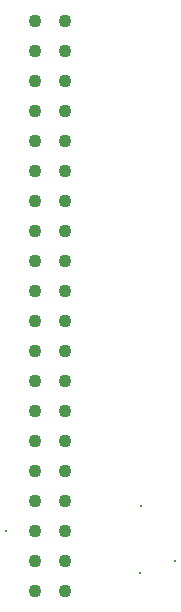
<source format=gbr>
%TF.GenerationSoftware,Altium Limited,Altium Designer,26.2.0 (7)*%
G04 Layer_Color=0*
%FSLAX45Y45*%
%MOMM*%
%TF.SameCoordinates,BFD0C231-D01E-4025-B592-F1B292206DE3*%
%TF.FilePolarity,Positive*%
%TF.FileFunction,Plated,1,2,PTH,Drill*%
%TF.Part,Single*%
G01*
G75*
%TA.AperFunction,ComponentDrill*%
%ADD23C,1.10000*%
%TA.AperFunction,ViaDrill,NotFilled*%
%ADD24C,0.30480*%
D23*
X14350000Y3534000D02*
D03*
X14603999D02*
D03*
X14350000Y3788000D02*
D03*
X14603999D02*
D03*
X14350000Y4042000D02*
D03*
X14603999D02*
D03*
X14350000Y4296000D02*
D03*
X14603999D02*
D03*
X14350000Y4550000D02*
D03*
X14603999D02*
D03*
X14350000Y4804000D02*
D03*
X14603999D02*
D03*
X14350000Y5058000D02*
D03*
X14603999D02*
D03*
X14350000Y5312000D02*
D03*
X14603999D02*
D03*
X14350000Y5566000D02*
D03*
X14603999D02*
D03*
X14350000Y5820000D02*
D03*
X14603999D02*
D03*
X14350000Y6074000D02*
D03*
X14603999D02*
D03*
X14350000Y6328000D02*
D03*
X14603999D02*
D03*
X14350000Y6582000D02*
D03*
X14603999D02*
D03*
X14350000Y6836000D02*
D03*
X14603999D02*
D03*
X14350000Y7090000D02*
D03*
X14603999D02*
D03*
X14350000Y7344000D02*
D03*
X14603999D02*
D03*
X14350000Y7598000D02*
D03*
X14603999D02*
D03*
X14350000Y7852000D02*
D03*
X14603999D02*
D03*
X14350000Y8106000D02*
D03*
X14603999D02*
D03*
X14350000Y8360000D02*
D03*
X14603999D02*
D03*
D24*
X15245000Y4255000D02*
D03*
X15235001Y3685000D02*
D03*
X14102000Y4042000D02*
D03*
X15530000Y3790000D02*
D03*
%TF.MD5,a84e1a2687ba7c10e6a4b533c16ed326*%
M02*

</source>
